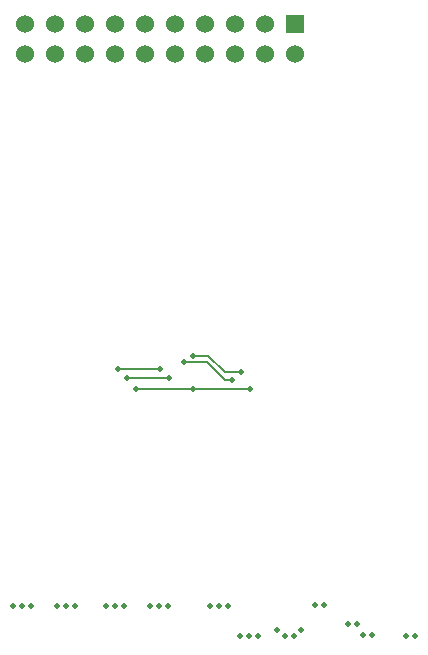
<source format=gbr>
G04 start of page 4 for group 2 idx 13 *
G04 Title: (unknown), jump *
G04 Creator: pcb 4.2.0 *
G04 CreationDate: Mon Sep 28 04:20:22 2020 UTC *
G04 For: commonadmin *
G04 Format: Gerber/RS-274X *
G04 PCB-Dimensions (mil): 2150.00 2800.00 *
G04 PCB-Coordinate-Origin: lower left *
%MOIN*%
%FSLAX25Y25*%
%LNBOTTOM*%
%ADD23C,0.0380*%
%ADD22C,0.0100*%
%ADD21C,0.0001*%
%ADD20C,0.0600*%
%ADD19C,0.0200*%
%ADD18C,0.0060*%
G54D18*X131000Y139500D02*X126000D01*
X130500Y137500D02*X123000D01*
X145000Y128500D02*X107000D01*
X142000Y134000D02*X136500D01*
X131000Y139500D01*
X139000Y131500D02*X136500D01*
X130500Y137500D01*
X118000Y132000D02*X104000D01*
X115000Y135000D02*X101000D01*
G54D19*X182499Y46500D03*
X185500D03*
X177500Y50000D03*
X180500D03*
X197000Y46000D03*
X200000D03*
X166500Y56500D03*
X131500Y56000D03*
X134500D03*
X137500D03*
X169500Y56500D03*
X154000Y48000D03*
X156500Y46000D03*
X141500D03*
X144500D03*
X147500D03*
X159500D03*
X162000Y48000D03*
G54D20*X140000Y250000D03*
Y240000D03*
X130000Y250000D03*
Y240000D03*
G54D21*G36*
X157000Y253000D02*Y247000D01*
X163000D01*
Y253000D01*
X157000D01*
G37*
G54D20*X160000Y240000D03*
X150000Y250000D03*
Y240000D03*
X120000Y250000D03*
Y240000D03*
X110000Y250000D03*
X100000D03*
X90000D03*
X80000D03*
X70000D03*
X110000Y240000D03*
X100000D03*
X90000D03*
X80000D03*
X70000D03*
G54D19*X72000Y56000D03*
X69000D03*
X66000D03*
X86500D03*
X83500D03*
X80500D03*
X103000D03*
X117500D03*
X114500D03*
X111500D03*
X100000D03*
X97000D03*
X107000Y128500D03*
X126000Y139500D03*
X123000Y137500D03*
X142000Y134000D03*
X139000Y131500D03*
X126000Y128500D03*
X145000D03*
X118000Y132000D03*
X104000D03*
X101000Y135000D03*
X115000D03*
G54D22*G54D23*G54D22*M02*

</source>
